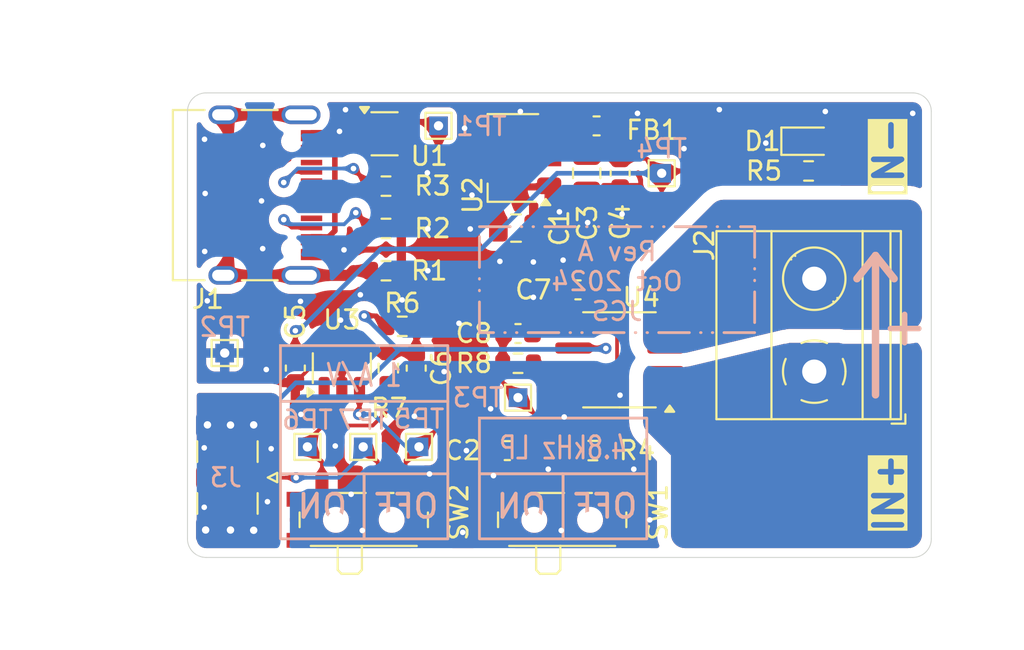
<source format=kicad_pcb>
(kicad_pcb (version 20240108) (generator "pcbnew") (generator_version "8.0")
  (layers (0 "F.Cu" signal) (31 "B.Cu" signal) (34 "B.Paste" user) (35 "F.Paste" user) (36 "B.SilkS" user "B.Silkscreen") (37 "F.SilkS" user "F.Silkscreen") (38 "B.Mask" user) (39 "F.Mask" user) (44 "Edge.Cuts" user))
  (net 0 "")
  (net 1 "GND")
  (net 2 "+5V")
  (net 3 "+3.3V")
  (net 4 "/Current Sensor/OUT")
  (net 5 "Net-(SW1-A)")
  (net 6 "/V_AMPLIFIED")
  (net 7 "Net-(U3--)")
  (net 8 "Net-(D1-A)")
  (net 9 "Net-(U2-VOUT)")
  (net 12 "/CC1")
  (net 14 "/CC2")
  (net 17 "/USB_SHIELD")
  (net 19 "GND_VIRT")
  (net 20 "Net-(J3-In)")
  (net 21 "/OUT_FILT")
  (net 22 "Net-(U4-OUT)")
  (net 24 "/Current Sensor/IP+")
  (net 25 "/Current Sensor/IP-")
  (footprint "Capacitor_SMD:C_0805_2012Metric" (layer "F.Cu") (at 121.4675 79.325 -90)
    (property "Reference" "C3" (at 2.675 -0.0325 90) (layer "F.SilkS"))
    (property "Value" "1uF")
    (pad "1" smd roundrect (at -0.95 0 270) (size 1 1.45) (layers "F.Cu" "F.Paste" "F.Mask") (net 3 "+3.3V"))
    (pad "2" smd roundrect (at 0.95 0 270) (size 1 1.45) (layers "F.Cu" "F.Paste" "F.Mask") (net 1 "GND"))
  )
  (footprint "TestPoint:TestPoint_THTPad_1.0x1.0mm_Drill0.5mm" (layer "F.Cu") (at 112.45 94.05)
    (property "Reference" "TP5" (at 0 -1.5 180) (layer "B.SilkS") (effects (justify mirror)))
    (property "Value" "TestPoint")
    (pad "1" thru_hole rect (at 0 0) (size 1 1) (drill 0.5) (layers "*.Cu" "*.Mask") (net 21 "/OUT_FILT"))
  )
  (footprint "TestPoint:TestPoint_THTPad_1.0x1.0mm_Drill0.5mm" (layer "F.Cu") (at 125.5 79.325)
    (property "Reference" "TP4" (at 0 -1.325 0) (layer "B.SilkS") (effects (justify mirror)))
    (property "Value" "TestPoint")
    (pad "1" thru_hole rect (at 0 0) (size 1 1) (drill 0.5) (layers "*.Cu" "*.Mask") (net 3 "+3.3V"))
  )
  (footprint "Resistor_SMD:R_0603_1608Metric" (layer "F.Cu") (at 117.775 89.55)
    (property "Reference" "R8" (at -2.375 0 0) (layer "F.SilkS"))
    (property "Value" "47R")
    (pad "1" smd roundrect (at -0.825 0) (size 0.8 0.95) (layers "F.Cu" "F.Paste" "F.Mask") (net 4 "/Current Sensor/OUT"))
    (pad "2" smd roundrect (at 0.825 0) (size 0.8 0.95) (layers "F.Cu" "F.Paste" "F.Mask") (net 22 "Net-(U4-OUT)"))
  )
  (footprint "Package_TO_SOT_SMD:SOT-89-3" (layer "F.Cu") (at 117.5 78.5 180)
    (property "Reference" "U2" (at 2.163223 -2.00847 90) (layer "F.SilkS"))
    (property "Value" "HT7533-1")
    (pad "1" smd roundrect (at -1.95 -1.5 180) (size 1.3 0.9) (layers "F.Cu" "F.Paste" "F.Mask") (net 1 "GND"))
    (pad "2" smd custom (at -1.8625 0 180) (size 1.475 0.9) (layers "F.Cu" "F.Paste" "F.Mask") (net 2 "+5V") (options (clearance outline) (anchor rect)) (primitives (gr_poly (pts (xy 3.8625 0.8665) (xy 0.7375 0.8665) (xy 0.7375 -0.8665) (xy 3.8625 -0.8665)) (width 0) (fill yes))))
    (pad "3" smd roundrect (at -1.95 1.5 180) (size 1.3 0.9) (layers "F.Cu" "F.Paste" "F.Mask") (net 9 "Net-(U2-VOUT)"))
  )
  (footprint "Package_TO_SOT_SMD:SOT-363_SC-70-6" (layer "F.Cu") (at 110.6 77.2)
    (property "Reference" "U1" (at 2.4 1.2 0) (layer "F.SilkS"))
    (property "Value" "TPD4E1U06DCKR")
    (pad "1" smd roundrect (at -0.95 -0.65) (size 0.65 0.4) (layers "F.Cu" "F.Paste" "F.Mask") (net 2 "+5V"))
    (pad "2" smd roundrect (at -0.95 0) (size 0.65 0.4) (layers "F.Cu" "F.Paste" "F.Mask") (net 1 "GND"))
    (pad "3" smd roundrect (at -0.95 0.65) (size 0.65 0.4) (layers "F.Cu" "F.Paste" "F.Mask") (net 2 "+5V"))
    (pad "4" smd roundrect (at 0.95 0.65) (size 0.65 0.4) (layers "F.Cu" "F.Paste" "F.Mask") (net 2 "+5V"))
    (pad "5" smd roundrect (at 0.95 0) (size 0.65 0.4) (layers "F.Cu" "F.Paste" "F.Mask"))
    (pad "6" smd roundrect (at 0.95 -0.65) (size 0.65 0.4) (layers "F.Cu" "F.Paste" "F.Mask") (net 2 "+5V"))
  )
  (footprint "Capacitor_SMD:C_0805_2012Metric" (layer "F.Cu") (at 117.6675 82.275)
    (property "Reference" "C1" (at 2.3325 0 -90) (layer "F.SilkS"))
    (property "Value" "1uF")
    (pad "1" smd roundrect (at -0.95 0) (size 1 1.45) (layers "F.Cu" "F.Paste" "F.Mask") (net 2 "+5V"))
    (pad "2" smd roundrect (at 0.95 0) (size 1 1.45) (layers "F.Cu" "F.Paste" "F.Mask") (net 1 "GND"))
  )
  (footprint "TestPoint:TestPoint_THTPad_1.0x1.0mm_Drill0.5mm" (layer "F.Cu") (at 102 89)
    (property "Reference" "TP2" (at 0 -1.4 0) (layer "B.SilkS") (effects (justify mirror)))
    (property "Value" "TestPoint")
    (pad "1" thru_hole rect (at 0 0) (size 1 1) (drill 0.5) (layers "*.Cu" "*.Mask") (net 1 "GND"))
  )
  (footprint "Capacitor_SMD:C_0603_1608Metric" (layer "F.Cu") (at 121 85.6 180)
    (property "Reference" "C7" (at 2.4 0 0) (layer "F.SilkS"))
    (property "Value" "100nF")
    (pad "1" smd roundrect (at -0.775 0 180) (size 0.9 0.95) (layers "F.Cu" "F.Paste" "F.Mask") (net 3 "+3.3V"))
    (pad "2" smd roundrect (at 0.775 0 180) (size 0.9 0.95) (layers "F.Cu" "F.Paste" "F.Mask") (net 1 "GND"))
  )
  (footprint "Resistor_SMD:R_0603_1608Metric" (layer "F.Cu") (at 121.8 94.25 180)
    (property "Reference" "R4" (at -2.375 0.005 0) (layer "F.SilkS"))
    (property "Value" "330R")
    (pad "1" smd roundrect (at -0.825 0 180) (size 0.8 0.95) (layers "F.Cu" "F.Paste" "F.Mask") (net 4 "/Current Sensor/OUT"))
    (pad "2" smd roundrect (at 0.825 0 180) (size 0.8 0.95) (layers "F.Cu" "F.Paste" "F.Mask") (net 21 "/OUT_FILT"))
  )
  (footprint "Connector_USB:USB_C_Receptacle_XKB_U262-16XN-4BVC11" (layer "F.Cu") (at 103 80.5 -90)
    (property "Reference" "J1" (at 5.6 1.9 180) (layer "F.SilkS"))
    (property "Value" "USB_C_Receptacle_USB2.0")
    (pad "" np_thru_hole circle (at -2.89 -2.605 270) (size 0.65 0.65) (drill 0.65) (layers "*.Cu" "*.Mask"))
    (pad "" np_thru_hole circle (at 2.89 -2.605 270) (size 0.65 0.65) (drill 0.65) (layers "*.Cu" "*.Mask"))
    (pad "A1" smd rect (at -3.35 -3.67 270) (size 0.3 1.15) (layers "F.Cu" "F.Paste" "F.Mask") (net 1 "GND"))
    (pad "A4" smd rect (at -2.55 -3.67 270) (size 0.3 1.15) (layers "F.Cu" "F.Paste" "F.Mask") (net 2 "+5V"))
    (pad "A5" smd rect (at -1.25 -3.67 270) (size 0.3 1.15) (layers "F.Cu" "F.Paste" "F.Mask") (net 12 "/CC1"))
    (pad "A6" smd rect (at -0.25 -3.67 270) (size 0.3 1.15) (layers "F.Cu" "F.Paste" "F.Mask"))
    (pad "A7" smd rect (at 0.25 -3.67 270) (size 0.3 1.15) (layers "F.Cu" "F.Paste" "F.Mask"))
    (pad "A8" smd rect (at 1.25 -3.67 270) (size 0.3 1.15) (layers "F.Cu" "F.Paste" "F.Mask"))
    (pad "A9" smd rect (at 2.55 -3.67 270) (size 0.3 1.15) (layers "F.Cu" "F.Paste" "F.Mask") (net 2 "+5V"))
    (pad "A12" smd rect (at 3.35 -3.67 270) (size 0.3 1.15) (layers "F.Cu" "F.Paste" "F.Mask") (net 1 "GND"))
    (pad "B1" smd rect (at 3.05 -3.67 270) (size 0.3 1.15) (layers "F.Cu" "F.Paste" "F.Mask") (net 1 "GND"))
    (pad "B4" smd rect (at 2.25 -3.67 270) (size 0.3 1.15) (layers "F.Cu" "F.Paste" "F.Mask") (net 2 "+5V"))
    (pad "B5" smd rect (at 1.75 -3.67 270) (size 0.3 1.15) (layers "F.Cu" "F.Paste" "F.Mask") (net 14 "/CC2"))
    (pad "B6" smd rect (at 0.75 -3.67 270) (size 0.3 1.15) (layers "F.Cu" "F.Paste" "F.Mask"))
    (pad "B7" smd rect (at -0.75 -3.67 270) (size 0.3 1.15) (layers "F.Cu" "F.Paste" "F.Mask"))
    (pad "B8" smd rect (at -1.75 -3.67 270) (size 0.3 1.15) (layers "F.Cu" "F.Paste" "F.Mask"))
    (pad "B9" smd rect (at -2.25 -3.67 270) (size 0.3 1.15) (layers "F.Cu" "F.Paste" "F.Mask") (net 2 "+5V"))
    (pad "B12" smd rect (at -3.05 -3.67 270) (size 0.3 1.15) (layers "F.Cu" "F.Paste" "F.Mask") (net 1 "GND"))
    (pad "S1" thru_hole oval (at -4.32 -3.105 270) (size 1 2.1) (drill oval 0.6 1.7) (layers "*.Cu" "*.Mask") (net 17 "/USB_SHIELD"))
    (pad "S1" thru_hole oval (at -4.32 1.075 270) (size 1 1.6) (drill oval 0.6 1.2) (layers "*.Cu" "*.Mask") (net 17 "/USB_SHIELD"))
    (pad "S1" thru_hole oval (at 4.32 -3.105 270) (size 1 2.1) (drill oval 0.6 1.7) (layers "*.Cu" "*.Mask") (net 17 "/USB_SHIELD"))
    (pad "S1" thru_hole oval (at 4.32 1.075 270) (size 1 1.6) (drill oval 0.6 1.2) (layers "*.Cu" "*.Mask") (net 17 "/USB_SHIELD"))
  )
  (footprint "Capacitor_SMD:C_0603_1608Metric" (layer "F.Cu") (at 117.2 94.25 180)
    (property "Reference" "C2" (at 2.4 0.005 180) (layer "F.SilkS"))
    (property "Value" "100nF")
    (pad "1" smd roundrect (at -0.775 0 180) (size 0.9 0.95) (layers "F.Cu" "F.Paste" "F.Mask") (net 5 "Net-(SW1-A)"))
    (pad "2" smd roundrect (at 0.775 0 180) (size 0.9 0.95) (layers "F.Cu" "F.Paste" "F.Mask") (net 1 "GND"))
  )
  (footprint "Resistor_SMD:R_0603_1608Metric" (layer "F.Cu") (at 133.4 79.2)
    (property "Reference" "R5" (at -2.4 0 0) (layer "F.SilkS"))
    (property "Value" "330R")
    (pad "1" smd roundrect (at -0.825 0) (size 0.8 0.95) (layers "F.Cu" "F.Paste" "F.Mask") (net 3 "+3.3V"))
    (pad "2" smd roundrect (at 0.825 0) (size 0.8 0.95) (layers "F.Cu" "F.Paste" "F.Mask") (net 8 "Net-(D1-A)"))
  )
  (footprint "Button_Switch_SMD:SW_SPDT_PCM12" (layer "F.Cu") (at 120.15 97.65)
    (property "Reference" "SW1" (at 5.15 -0.08 90) (layer "F.SilkS"))
    (property "Value" "FILT_EN")
    (pad "" smd rect (at -3.65 -0.78) (size 1 0.8) (layers "F.Cu" "F.Paste" "F.Mask"))
    (pad "" smd rect (at -3.65 1.43) (size 1 0.8) (layers "F.Cu" "F.Paste" "F.Mask"))
    (pad "" np_thru_hole circle (at -1.5 0.33) (size 0.9 0.9) (drill 0.9) (layers "*.Cu" "*.Mask"))
    (pad "" np_thru_hole circle (at 1.5 0.33) (size 0.9 0.9) (drill 0.9) (layers "*.Cu" "*.Mask"))
    (pad "" smd rect (at 3.65 -0.78) (size 1 0.8) (layers "F.Cu" "F.Paste" "F.Mask"))
    (pad "" smd rect (at 3.65 1.43) (size 1 0.8) (layers "F.Cu" "F.Paste" "F.Mask"))
    (pad "1" smd rect (at -2.25 -1.43) (size 0.7 1.5) (layers "F.Cu" "F.Paste" "F.Mask") (net 5 "Net-(SW1-A)"))
    (pad "2" smd rect (at 0.75 -1.43) (size 0.7 1.5) (layers "F.Cu" "F.Paste" "F.Mask") (net 21 "/OUT_FILT"))
    (pad "3" smd rect (at 2.25 -1.43) (size 0.7 1.5) (layers "F.Cu" "F.Paste" "F.Mask"))
  )
  (footprint "Resistor_SMD:R_0603_1608Metric" (layer "F.Cu") (at 111.55 87.56187)
    (property "Reference" "R6" (at -0.000001 -1.25 0) (layer "F.SilkS"))
    (property "Value" "4.3k 0.1%")
    (pad "1" smd roundrect (at -0.825 0) (size 0.8 0.95) (layers "F.Cu" "F.Paste" "F.Mask") (net 19 "GND_VIRT"))
    (pad "2" smd roundrect (at 0.825 0) (size 0.8 0.95) (layers "F.Cu" "F.Paste" "F.Mask") (net 7 "Net-(U3--)"))
  )
  (footprint "TerminalBlock_Phoenix:TerminalBlock_Phoenix_MKDS-1,5-2_1x02_P5.00mm_Horizontal" (layer "F.Cu") (at 133.705 90 90)
    (property "Reference" "J2" (at 6.8 -5.905 90) (layer "F.SilkS"))
    (property "Value" "I_IN")
    (pad "1" thru_hole rect (at 0 0 90) (size 2.6 2.6) (drill 1.3) (layers "*.Cu" "*.Mask") (net 24 "/Current Sensor/IP+") (clearance 1))
    (pad "2" thru_hole circle (at 5 0 90) (size 2.6 2.6) (drill 1.3) (layers "*.Cu" "*.Mask") (net 25 "/Current Sensor/IP-") (clearance 1))
  )
  (footprint "Resistor_SMD:R_0603_1608Metric" (layer "F.Cu") (at 110.8 89.81187 -90)
    (property "Reference" "R7" (at 2.15 -0.049999 180) (layer "F.SilkS"))
    (property "Value" "12k 0.1%")
    (pad "1" smd roundrect (at -0.825 0 270) (size 0.8 0.95) (layers "F.Cu" "F.Paste" "F.Mask") (net 7 "Net-(U3--)"))
    (pad "2" smd roundrect (at 0.825 0 270) (size 0.8 0.95) (layers "F.Cu" "F.Paste" "F.Mask") (net 6 "/V_AMPLIFIED"))
  )
  (footprint "TestPoint:TestPoint_THTPad_1.0x1.0mm_Drill0.5mm" (layer "F.Cu") (at 109.45 94.05 180)
    (property "Reference" "TP7" (at 0 1.45 180) (layer "B.SilkS") (effects (justify mirror)))
    (property "Value" "TestPoint")
    (pad "1" thru_hole rect (at 0 0 180) (size 1 1) (drill 0.5) (layers "*.Cu" "*.Mask") (net 20 "Net-(J3-In)"))
  )
  (footprint "Connector_Coaxial:SMA_Samtec_SMA-J-P-H-ST-EM1_EdgeMount" (layer "F.Cu") (at 102.0625 95.7 180)
    (property "Reference" "J3" (at 0.001 0 0) (layer "B.SilkS") (effects (justify mirror)))
    (property "Value" "EDGE MOUNT SMA")
    (pad "1" smd roundrect (at 0 0 270) (size 1.27 3.2) (layers "F.Cu" "F.Mask") (roundrect_rratio 0.1968503937) (net 20 "Net-(J3-In)"))
    (pad "2" smd roundrect (at -0.25 -2.825 270) (size 1.35 3.7) (layers "F.Cu" "F.Mask") (roundrect_rratio 0.1851851852) (net 19 "GND_VIRT"))
    (pad "2" smd roundrect (at -0.25 -2.825 270) (size 1.35 3.7) (layers "B.Cu" "B.Mask") (roundrect_rratio 0.1851851852) (net 19 "GND_VIRT"))
    (pad "2" smd roundrect (at -0.25 2.825 270) (size 1.35 3.7) (layers "F.Cu" "F.Mask") (roundrect_rratio 0.1851851852) (net 19 "GND_VIRT"))
    (pad "2" smd roundrect (at -0.25 2.825 270) (size 1.35 3.7) (layers "B.Cu" "B.Mask") (roundrect_rratio 0.1851851852) (net 19 "GND_VIRT"))
  )
  (footprint "TestPoint:TestPoint_THTPad_1.0x1.0mm_Drill0.5mm" (layer "F.Cu") (at 113.5 76.77)
    (property "Reference" "TP1" (at 2.3 0.03 0) (layer "B.SilkS") (effects (justify mirror)))
    (property "Value" "TestPoint")
    (pad "1" thru_hole rect (at 0 0) (size 1 1) (drill 0.5) (layers "*.Cu" "*.Mask") (net 2 "+5V"))
  )
  (footprint "TestPoint:TestPoint_THTPad_1.0x1.0mm_Drill0.5mm" (layer "F.Cu") (at 117.775 91.4)
    (property "Reference" "TP3" (at -2.15 0 0) (layer "B.SilkS") (effects (justify mirror)))
    (property "Value" "TestPoint")
    (pad "1" thru_hole rect (at 0 0) (size 1 1) (drill 0.5) (layers "*.Cu" "*.Mask") (net 4 "/Current Sensor/OUT"))
  )
  (footprint "Capacitor_SMD:C_0603_1608Metric" (layer "F.Cu") (at 105.8 89.81187 -90)
    (property "Reference" "C5" (at -2.5 0 90) (layer "F.SilkS"))
    (property "Value" "100nF")
    (pad "1" smd roundrect (at -0.775 0 270) (size 0.9 0.95) (layers "F.Cu" "F.Paste" "F.Mask") (net 3 "+3.3V"))
    (pad "2" smd roundrect (at 0.775 0 270) (size 0.9 0.95) (layers "F.Cu" "F.Paste" "F.Mask") (net 1 "GND"))
  )
  (footprint "Capacitor_SMD:C_0603_1608Metric" (layer "F.Cu") (at 123.2675 79.325 -90)
    (property "Reference" "C4" (at 2.625 0 90) (layer "F.SilkS"))
    (property "Value" "10uF")
    (pad "1" smd roundrect (at -0.775 0 270) (size 0.9 0.95) (layers "F.Cu" "F.Paste" "F.Mask") (net 3 "+3.3V"))
    (pad "2" smd roundrect (at 0.775 0 270) (size 0.9 0.95) (layers "F.Cu" "F.Paste" "F.Mask") (net 1 "GND"))
  )
  (footprint "Capacitor_SMD:C_0603_1608Metric" (layer "F.Cu") (at 117.775 87.95)
    (property "Reference" "C8" (at -2.375 -0.01 0) (layer "F.SilkS"))
    (property "Value" "220pF")
    (pad "1" smd roundrect (at -0.775 0) (size 0.9 0.95) (layers "F.Cu" "F.Paste" "F.Mask") (net 4 "/Current Sensor/OUT"))
    (pad "2" smd roundrect (at 0.775 0) (size 0.9 0.95) (layers "F.Cu" "F.Paste" "F.Mask") (net 1 "GND"))
  )
  (footprint "Inductor_SMD:L_0603_1608Metric" (layer "F.Cu") (at 122 76.775)
    (property "Reference" "FB1" (at 3 0.225 0) (layer "F.SilkS"))
    (property "Value" "600Ω@100MHz")
    (pad "1" smd roundrect (at -0.7875 0) (size 0.875 0.95) (layers "F.Cu" "F.Paste" "F.Mask") (net 9 "Net-(U2-VOUT)"))
    (pad "2" smd roundrect (at 0.7875 0) (size 0.875 0.95) (layers "F.Cu" "F.Paste" "F.Mask") (net 3 "+3.3V"))
  )
  (footprint "Capacitor_SMD:C_0603_1608Metric" (layer "F.Cu") (at 112.3 89.81187 -90)
    (property "Reference" "C6" (at 0 -1.349999 90) (layer "F.SilkS"))
    (property "Value" "C")
    (pad "1" smd roundrect (at -0.775 0 270) (size 0.9 0.95) (layers "F.Cu" "F.Paste" "F.Mask") (net 7 "Net-(U3--)"))
    (pad "2" smd roundrect (at 0.775 0 270) (size 0.9 0.95) (layers "F.Cu" "F.Paste" "F.Mask") (net 6 "/V_AMPLIFIED"))
  )
  (footprint "Resistor_SMD:R_0603_1608Metric" (layer "F.Cu") (at 110.675 82.293332)
    (property "Reference" "R2" (at 2.5 0 0) (layer "F.SilkS"))
    (property "Value" "5.1k")
    (pad "1" smd roundrect (at -0.825 0) (size 0.8 0.95) (layers "F.Cu" "F.Paste" "F.Mask") (net 14 "/CC2"))
    (pad "2" smd roundrect (at 0.825 0) (size 0.8 0.95) (layers "F.Cu" "F.Paste" "F.Mask") (net 1 "GND"))
  )
  (footprint "Resistor_SMD:R_0603_1608Metric" (layer "F.Cu") (at 110.675 84.57)
    (property "Reference" "R1" (at 2.325 0 0) (layer "F.SilkS"))
    (property "Value" "0R")
    (pad "1" smd roundrect (at -0.825 0) (size 0.8 0.95) (layers "F.Cu" "F.Paste" "F.Mask") (net 17 "/USB_SHIELD"))
    (pad "2" smd roundrect (at 0.825 0) (size 0.8 0.95) (layers "F.Cu" "F.Paste" "F.Mask") (net 1 "GND"))
  )
  (footprint "Package_SO:SOIC-8_3.9x4.9mm_P1.27mm" (layer "F.Cu") (at 123.23 89.365 180)
    (property "Reference" "U4" (at -1.17 3.365 0) (layer "F.SilkS"))
    (property "Value" "CC6920BSO-5A")
    (pad "1" smd roundrect (at -2.475 -1.905 180) (size 1.95 0.6) (layers "F.Cu" "F.Paste" "F.Mask") (net 24 "/Current Sensor/IP+"))
    (pad "2" smd roundrect (at -2.475 -0.635 180) (size 1.95 0.6) (layers "F.Cu" "F.Paste" "F.Mask") (net 24 "/Current Sensor/IP+"))
    (pad "3" smd roundrect (at -2.475 0.635 180) (size 1.95 0.6) (layers "F.Cu" "F.Paste" "F.Mask") (net 25 "/Current Sensor/IP-"))
    (pad "4" smd roundrect (at -2.475 1.905 180) (size 1.95 0.6) (layers "F.Cu" "F.Paste" "F.Mask") (net 25 "/Current Sensor/IP-"))
    (pad "5" smd roundrect (at 2.475 1.905 180) (size 1.95 0.6) (layers "F.Cu" "F.Paste" "F.Mask") (net 1 "GND"))
    (pad "6" smd roundrect (at 2.475 0.635 180) (size 1.95 0.6) (layers "F.Cu" "F.Paste" "F.Mask") (net 19 "GND_VIRT"))
    (pad "7" smd roundrect (at 2.475 -0.635 180) (size 1.95 0.6) (layers "F.Cu" "F.Paste" "F.Mask") (net 22 "Net-(U4-OUT)"))
    (pad "8" smd roundrect (at 2.475 -1.905 180) (size 1.95 0.6) (layers "F.Cu" "F.Paste" "F.Mask") (net 3 "+3.3V"))
  )
  (footprint "TestPoint:TestPoint_THTPad_1.0x1.0mm_Drill0.5mm" (layer "F.Cu") (at 106.45 94.05 180)
    (property "Reference" "TP6" (at 0 1.45 180) (layer "B.SilkS") (effects (justify mirror)))
    (property "Value" "TestPoint")
    (pad "1" thru_hole rect (at 0 0 180) (size 1 1) (drill 0.5) (layers "*.Cu" "*.Mask") (net 6 "/V_AMPLIFIED"))
  )
  (footprint "Package_TO_SOT_SMD:SOT-23-5" (layer "F.Cu") (at 108.3 89.81187 90)
    (property "Reference" "U3" (at 2.6 -0.000001 0) (layer "F.SilkS"))
    (property "Value" "COS721")
    (pad "1" smd roundrect (at -1.1375 -0.95 90) (size 1.325 0.6) (layers "F.Cu" "F.Paste" "F.Mask") (net 6 "/V_AMPLIFIED"))
    (pad "2" smd roundrect (at -1.1375 0 90) (size 1.325 0.6) (layers "F.Cu" "F.Paste" "F.Mask") (net 1 "GND"))
    (pad "3" smd roundrect (at -1.1375 0.95 90) (size 1.325 0.6) (layers "F.Cu" "F.Paste" "F.Mask") (net 21 "/OUT_FILT"))
    (pad "4" smd roundrect (at 1.1375 0.95 90) (size 1.325 0.6) (layers "F.Cu" "F.Paste" "F.Mask") (net 7 "Net-(U3--)"))
    (pad "5" smd roundrect (at 1.1375 -0.95 90) (size 1.325 0.6) (layers "F.Cu" "F.Paste" "F.Mask") (net 3 "+3.3V"))
  )
  (footprint "LED_SMD:LED_0603_1608Metric" (layer "F.Cu") (at 133.42 77.6)
    (property "Reference" "D1" (at -2.5 0 0) (layer "F.SilkS"))
    (property "Value" "3V3")
    (pad "1" smd roundrect (at -0.7875 0) (size 0.875 0.95) (layers "F.Cu" "F.Paste" "F.Mask") (net 1 "GND"))
    (pad "2" smd roundrect (at 0.7875 0) (size 0.875 0.95) (layers "F.Cu" "F.Paste" "F.Mask") (net 8 "Net-(D1-A)"))
  )
  (footprint "Button_Switch_SMD:SW_SPDT_PCM12" (layer "F.Cu") (at 109.48 97.65)
    (property "Reference" "SW2" (at 5.1 -0.08 90) (layer "F.SilkS"))
    (property "Value" "GAIN_SEL")
    (pad "" smd rect (at -3.65 -0.78) (size 1 0.8) (layers "F.Cu" "F.Paste" "F.Mask"))
    (pad "" smd rect (at -3.65 1.43) (size 1 0.8) (layers "F.Cu" "F.Paste" "F.Mask"))
    (pad "" np_thru_hole circle (at -1.5 0.33) (size 0.9 0.9) (drill 0.9) (layers "*.Cu" "*.Mask"))
    (pad "" np_thru_hole circle (at 1.5 0.33) (size 0.9 0.9) (drill 0.9) (layers "*.Cu" "*.Mask"))
    (pad "" smd rect (at 3.65 -0.78) (size 1 0.8) (layers "F.Cu" "F.Paste" "F.Mask"))
    (pad "" smd rect (at 3.65 1.43) (size 1 0.8) (layers "F.Cu" "F.Paste" "F.Mask"))
    (pad "1" smd rect (at -2.25 -1.43) (size 0.7 1.5) (layers "F.Cu" "F.Paste" "F.Mask") (net 6 "/V_AMPLIFIED"))
    (pad "2" smd rect (at 0.75 -1.43) (size 0.7 1.5) (layers "F.Cu" "F.Paste" "F.Mask") (net 20 "Net-(J3-In)"))
    (pad "3" smd rect (at 2.25 -1.43) (size 0.7 1.5) (layers "F.Cu" "F.Paste" "F.Mask") (net 21 "/OUT_FILT"))
  )
  (footprint "Resistor_SMD:R_0603_1608Metric" (layer "F.Cu") (at 110.675 80.016666)
    (property "Reference" "R3" (at 2.5 -0.01 0) (layer "F.SilkS"))
    (property "Value" "5.1k")
    (pad "1" smd roundrect (at -0.825 0) (size 0.8 0.95) (layers "F.Cu" "F.Paste" "F.Mask") (net 12 "/CC1"))
    (pad "2" smd roundrect (at 0.825 0) (size 0.8 0.95) (layers "F.Cu" "F.Paste" "F.Mask") (net 1 "GND"))
  )
  (gr_line (start 137 83.75) (end 136 85) (stroke (width 0.4)) (layer "B.SilkS"))
  (gr_line (start 114 91.6) (end 114 95.5) (stroke (width 0.15)) (layer "B.SilkS"))
  (gr_line (start 105 91.6) (end 105 95.5) (stroke (width 0.15)) (layer "B.SilkS"))
  (gr_rect (start 120.2 95.5) (end 124.7 99) (stroke (width 0.15)) (fill none) (layer "B.SilkS"))
  (gr_line (start 137 83.75) (end 138 85) (stroke (width 0.4)) (layer "B.SilkS"))
  (gr_rect (start 105 95.5) (end 109.5 99) (stroke (width 0.15)) (fill none) (layer "B.SilkS"))
  (gr_rect (start 115.7 95.5) (end 120.2 99) (stroke (width 0.15)) (fill none) (layer "B.SilkS"))
  (gr_line (start 137 91.25) (end 137 83.75) (stroke (width 0.4)) (layer "B.SilkS"))
  (gr_rect (start 109.5 95.5) (end 114 99) (stroke (width 0.15)) (fill none) (layer "B.SilkS"))
  (gr_line (start 100 99) (end 100 76) (stroke (width 0.05)) (layer "Edge.Cuts"))
  (gr_arc (start 100 76) (mid 100.292893 75.292893) (end 101 75) (stroke (width 0.05)) (layer "Edge.Cuts"))
  (gr_line (start 139 100) (end 101 100) (stroke (width 0.05)) (layer "Edge.Cuts"))
  (gr_arc (start 101 100) (mid 100.292893 99.707107) (end 100 99) (stroke (width 0.05)) (layer "Edge.Cuts"))
  (gr_arc (start 140 99) (mid 139.707107 99.707107) (end 139 100) (stroke (width 0.05)) (layer "Edge.Cuts"))
  (gr_line (start 101 75) (end 139 75) (stroke (width 0.05)) (layer "Edge.Cuts"))
  (gr_line (start 140 76) (end 140 99) (stroke (width 0.05)) (layer "Edge.Cuts"))
  (gr_arc (start 139 75) (mid 139.707107 75.292893) (end 140 76) (stroke (width 0.05)) (layer "Edge.Cuts"))
  (gr_text "OFF" (at 111.75 97.25 0) (layer "B.SilkS") (effects (font (size 1.25 1.25) (thickness 0.2)) (justify mirror)))
  (gr_text "OFF" (at 122.45 97.25 0) (layer "B.SilkS") (effects (font (size 1.25 1.25) (thickness 0.2)) (justify mirror)))
  (gr_text "+" (at 140 88.7035 -0) (layer "B.SilkS") (effects (font (size 2 2) (thickness 0.3) (bold yes)) (justify left bottom mirror)))
  (gr_text "ON" (at 107.25 97.25 0) (layer "B.SilkS") (effects (font (size 1.25 1.25) (thickness 0.2)) (justify mirror)))
  (gr_text "ON" (at 117.95 97.25 0) (layer "B.SilkS") (effects (font (size 1.25 1.25) (thickness 0.2)) (justify mirror)))
  (gr_text "IN-" (at 138.6 80.7 90) (layer "F.SilkS" knockout) (effects (font (size 1.5 1.5) (thickness 0.3) (bold yes)) (justify left bottom)))
  (gr_text "IN+" (at 138.6 98.8 90) (layer "F.SilkS" knockout) (effects (font (size 1.5 1.5) (thickness 0.3) (bold yes)) (justify left bottom)))
  (gr_text_box "Rev A\nOct 2024\nJCS" (start 115.7 82.2) (end 130.5 87.9) (layer "B.SilkS") (effects (font (size 1 1)) (justify top mirror)) (border yes) (stroke (width 0.15) (type dash_dot_dot)))
  (gr_text_box "1 A/V" (start 105 88.6) (end 114 91.6) (layer "B.SilkS") (effects (font (size 1.2 0.9)) (justify top mirror)) (border yes) (stroke (width 0.15)))
  (gr_text_box "4.8kHz LP" (start 115.7 92.5) (end 124.7 95.5) (layer "B.SilkS") (effects (font (size 1.2 0.9)) (justify top mirror)) (border yes) (stroke (width 0.15)))
  (segment (start 120.755 87.46) (end 119.04 87.46) (width 0.2) (layer "F.Cu") (net 1))
  (segment (start 108.145 83.85) (end 106.67 83.85) (width 0.3) (layer "F.Cu") (net 1))
  (segment (start 120.225 87.46) (end 120.225 85.6) (width 0.2) (layer "F.Cu") (net 1))
  (segment (start 120.755 87.46) (end 120.225 87.46) (width 0.2) (layer "F.Cu") (net 1))
  (segment (start 108.415671 83.44699) (end 108.145 83.85) (width 0.3) (layer "F.Cu") (net 1))
  (segment (start 108.3 90.94937) (end 108.3 89.9) (width 0.2) (layer "F.Cu") (net 1))
  (segment (start 108.21187 89.81187) (end 106.575 89.81187) (width 0.2) (layer "F.Cu") (net 1))
  (segment (start 111.5 82.293332) (end 112.898332 82.293332) (width 0.2) (layer "F.Cu") (net 1))
  (segment (start 112.898332 82.293332) (end 112.925 82.32) (width 0.2) (layer "F.Cu") (net 1))
  (segment (start 119.04 87.46) (end 118.55 87.95) (width 0.2) (layer "F.Cu") (net 1))
  (segment (start 108.095 77.15) (end 108.175 77.07) (width 0.3) (layer "F.Cu") (net 1))
  (segment (start 116.425 94.25) (end 116.075 94.6) (width 0.2) (layer "F.Cu") (net 1))
  (segment (start 111.5 84.57) (end 112.925 84.57) (width 0.2) (layer "F.Cu") (net 1))
  (segment (start 106.575 89.81187) (end 105.8 90.58687) (width 0.2) (layer "F.Cu") (net 1))
  (segment (start 106.67 77.15) (end 108.095 77.15) (width 0.3) (layer "F.Cu") (net 1))
  (segment (start 109.65 77.2) (end 108.305 77.2) (width 0.3) (layer "F.Cu") (net 1))
  (segment (start 108.305 77.2) (end 108.175 77.07) (width 0.3) (layer "F.Cu") (net 1))
  (segment (start 108.3 89.9) (end 108.21187 89.81187) (width 0.2) (layer "F.Cu") (net 1))
  (via (at 108.415671 83.44699) (size 0.6) (drill 0.3) (layers "F.Cu" "B.Cu") (net 1))
  (via (at 101.064364 86.190284) (size 0.6) (drill 0.3) (layers "F.Cu" "B.Cu") (net 1))
  (via (at 123.372071 81.520135) (size 0.6) (drill 0.3) (layers "F.Cu" "B.Cu") (net 1))
  (via (at 128.6 75.9) (size 0.6) (drill 0.3) (layers "F.Cu" "B.Cu") (net 1))
  (via (at 113.8 90) (size 0.6) (drill 0.3) (layers "F.Cu" "B.Cu") (net 1))
  (via (at 118.6 84.1) (size 0.6) (drill 0.3) (layers "F.Cu" "B.Cu") (net 1))
  (via (at 120 81.4) (size 0.6) (drill 0.3) (layers "F.Cu" "B.Cu") (net 1))
  (via (at 115.3 80.5) (size 0.6) (drill 0.3) (layers "F.Cu" "B.Cu") (net 1))
  (via (at 104.043863 83.382759) (size 0.6) (drill 0.3) (layers "F.Cu" "B.Cu") (net 1))
  (via (at 112.925 84.57) (size 0.6) (drill 0.3) (layers "F.Cu" "B.Cu") (net 1))
  (via (at 108.175 77.07) (size 0.6) (drill 0.3) (layers "F.Cu" "B.Cu") (net 1))
  (via (at 103.981201 80.813016) (size 0.6) (drill 0.3) (layers "F.Cu" "B.Cu") (net 1))
  (via (at 131.1 77.7) (size 0.6) (drill 0.3) (layers "F.Cu" "B.Cu") (net 1))
  (via (at 139 76.1) (size 0.6) (drill 0.3) (layers "F.Cu" "B.Cu") (net 1))
  (via (at 108.231154 87.228369) (size 0.6) (drill 0.3) (layers "F.Cu" "B.Cu") (net 1))
  (via (at 126.7 78) (size 0.6) (drill 0.3) (layers "F.Cu" "B.Cu") (net 1))
  (via (at 109.4 98.55) (size 0.6) (drill 0.3) (layers "F.Cu" "B.Cu") (net 1))
  (via (at 124.857556 97.979057) (size 0.6) (drill 0.3) (layers "F.Cu" "B.Cu") (net 1))
  (via (at 114.6 87.4) (size 0.6) (drill 0.3) (layers "F.Cu" "B.Cu") (net 1))
  (via (at 106.1 92.3) (size 0.6) (drill 0.3) (layers "F.Cu" "B.Cu") (net 1))
  (via (at 109.2966 85.863755) (size 0.6) (drill 0.3) (layers "F.Cu" "B.Cu") (net 1))
  (via (at 123.259753 91.268122) (size 0.6) (drill 0.3) (layers "F.Cu" "B.Cu") (net 1))
  (via (at 114.8 98.65) (size 0.6) (drill 0.3) (layers "F.Cu" "B.Cu") (net 1))
  (via (at 112.2 92.4) (size 0.6) (drill 0.3) (layers "F.Cu" "B.Cu") (net 1))
  (via (at 104.050129 77.825584) (size 0.6) (drill 0.3) (layers "F.Cu" "B.Cu") (net 1))
  (via (at 113.013156 95.507714) (size 0.6) (drill 0.3) (layers "F.Cu" "B.Cu") (net 1))
  (via (at 104.236558 89.887207) (size 0.6) (drill 0.3) (layers "F.Cu" "B.Cu") (net 1))
  (via (at 108.8 96.6) (size 0.6) (drill 0.3) (layers "F.Cu" "B.Cu") (net 1))
  (via (at 112.925 82.32) (size 0.6) (drill 0.3) (layers "F.Cu" "B.Cu") (net 1))
  (via (at 120.2 84) (size 0.6) (drill 0.3) (layers "F.Cu" "B.Cu") (net 1))
  (via (at 134.3 76) (size 0.6) (drill 0.3) (layers "F.Cu" "B.Cu") (net 1))
  (via (at 124 95.25) (size 0.6) (drill 0.3) (layers "F.Cu" "B.Cu") (net 1))
  (via (at 108.497663 75.904448) (size 0.6) (drill 0.3) (layers "F.Cu" "B.Cu") (net 1))
  (via (at 115.207835 82.321147) (size 0.6) (drill 0.3) (layers "F.Cu" "B.Cu") (net 1))
  (via (at 117.9 76) (size 0.6) (drill 0.3) (layers "F.Cu" "B.Cu") (net 1))
  (via (at 116.3 92) (size 0.6) (drill 0.3) (layers "F.Cu" "B.Cu") (net 1))
  (via (at 115 94.25) (size 0.6) (drill 0.3) (layers "F.Cu" "B.Cu") (net 1))
  (via (at 107.946768 94.001673) (size 0.6) (drill 0.3) (layers "F.Cu" "B.Cu") (net 1))
  (via (at 124.2 76.1) (size 0.6) (drill 0.3) (layers "F.Cu" "B.Cu") (net 1))
  (via (at 120.259809 92.440423) (size 0.6) (drill 0.3) (layers "F.Cu" "B.Cu") (net 1))
  (via (at 106.075199 86.217468) (size 0.6) (drill 0.3) (layers "F.Cu" "B.Cu") (net 1))
  (via (at 116.454392 95.598326) (size 0.6) (drill 0.3) (layers "F.Cu" "B.Cu") (net 1))
  (via (at 118.6 86) (size 0.6) (drill 0.3) (layers "F.Cu" "B.Cu") (net 1))
  (via (at 120.1 98.55) (size 0.6) (drill 0.3) (layers "F.Cu" "B.Cu") (net 1))
  (via (at 121.519064 81.97955) (size 0.6) (drill 0.3) (layers "F.Cu" "B.Cu") (net 1))
  (via (at 100.94987 80.411659) (size 0.6) (drill 0.3) (layers "F.Cu" "B.Cu") (net 1))
  (via (at 116.79948 84.06632) (size 0.6) (drill 0.3) (layers "F.Cu" "B.Cu") (net 1))
  (via (at 119.4 95.25) (size 0.6) (drill 0.3) (layers "F.Cu" "B.Cu") (net 1))
  (via (at 114.9 76.9) (size 0.6) (drill 0.3) (layers "F.Cu" "B.Cu") (net 1))
  (via (at 112.9 79.3) (size 0.6) (drill 0.3) (layers "F.Cu" "B.Cu") (net 1))
  (via (at 100.925324 83.53316) (size 0.6) (drill 0.3) (layers "F.Cu" "B.Cu") (net 1))
  (via (at 100.91645 77.495775) (size 0.6) (drill 0.3) (layers "F.Cu" "B.Cu") (net 1))
  (via (at 111.540995 86.140995) (size 0.6) (drill 0.3) (layers "F.Cu" "B.Cu") (net 1))
  (segment (start 108.825 77.85) (end 109.65 77.85) (width 0.3) (layer "F.Cu") (net 2))
  (segment (start 107.925 78.25) (end 108.425 78.25) (width 0.3) (layer "F.Cu") (net 2))
  (segment (start 109.65 77.85) (end 110.6 77.85) (width 0.3) (layer "F.Cu") (net 2))
  (segment (start 113.5 76.77) (end 113.5 78) (width 0.4) (layer "F.Cu") (net 2))
  (segment (start 110.65 76.55) (end 109.65 76.55) (width 0.3) (layer "F.Cu") (net 2))
  (segment (start 113.913612 78.413612) (end 115.786388 78.413612) (width 0.4) (layer "F.Cu") (net 2))
  (segment (start 113.28 76.55) (end 113.5 76.77) (width 0.3) (layer "F.Cu") (net 2))
  (segment (start 115.786388 78.413612) (end 115.8 78.4) (width 0.4) (layer "F.Cu") (net 2))
  (segment (start 106.67 78.25) (end 108.425 78.25) (width 0.3) (layer "F.Cu") (net 2))
  (segment (start 111.55 76.55) (end 113.28 76.55) (width 0.3) (layer "F.Cu") (net 2))
  (segment (start 110.6 77.85) (end 110.6 76.6) (width 0.3) (layer "F.Cu") (net 2))
  (segment (start 113.5 78) (end 113.913612 78.413612) (width 0.4) (layer "F.Cu") (net 2))
  (segment (start 108.425 78.25) (end 108.825 77.85) (width 0.3) (layer "F.Cu") (net 2))
  (segment (start 110.6 77.85) (end 111.55 77.85) (width 0.3) (layer "F.Cu") (net 2))
  (segment (start 116.7175 78.603215) (end 116.8492 78.471515) (width 0.4) (layer "F.Cu") (net 2))
  (segment (start 106.67 82.75) (end 107.595 82.75) (width 0.3) (layer "F.Cu") (net 2))
  (segment (start 110.65 76.55) (end 111.55 76.55) (width 0.3) (layer "F.Cu") (net 2))
  (segment (start 116.7175 82.275) (end 116.7175 78.603215) (width 0.4) (layer "F.Cu") (net 2))
  (segment (start 107.925 82.42) (end 107.925 78.25) (width 0.3) (layer "F.Cu") (net 2))
  (segment (start 110.6 76.6) (end 110.65 76.55) (width 0.3) (layer "F.Cu") (net 2))
  (segment (start 107.595 82.75) (end 107.925 82.42) (width 0.3) (layer "F.Cu") (net 2))
  (segment (start 121.729999 91.27) (end 123.1 89.899999) (width 0.2) (layer "F.Cu") (net 3))
  (segment (start 121.775 85.6) (end 123.1 85.6) (width 0.2) (layer "F.Cu") (net 3))
  (segment (start 121.4675 78.375) (end 123.0925 78.375) (width 0.25) (layer "F.Cu") (net 3))
  (segment (start 105.8 89.03687) (end 105.8 87.8) (width 0.2) (layer "F.Cu") (net 3))
  (segment (start 123.2675 78.55) (end 123.2675 77.255) (width 0.4) (layer "F.Cu") (net 3))
  (segment (start 106.1625 88.67437) (end 105.8 89.03687) (width 0.2) (layer "F.Cu") (net 3))
  (segment (start 125.5 79.325) (end 124.725 78.55) (width 0.2) (layer "F.Cu") (net 3))
  (segment (start 123.0925 78.375) (end 123.2675 78.55) (width 0.25) (layer "F.Cu") (net 3))
  (segment (start 107.35 88.67437) (end 106.1625 88.67437) (width 0.2) (layer "F.Cu") (net 3))
  (segment (start 120.755 91.27) (end 121.729999 91.27) (width 0.2) (layer "F.Cu") (net 3))
  (segment (start 124.725 78.55) (end 123.2675 78.55) (width 0.2) (layer "F.Cu") (net 3))
  (segment (start 123.1 89.899999) (end 123.1 85.6) (width 0.2) (layer "F.Cu") (net 3))
  (segment (start 123.1 85.6) (end 123.1 83.4) (width 0.2) (layer "F.Cu") (net 3))
  (segment (start 123.1 83.4) (end 125.5 81) (width 0.2) (layer "F.Cu") (net 3))
  (segment (start 123.2675 77.255) (end 122.7875 76.775) (width 0.4) (layer "F.Cu") (net 3))
  (segment (start 125.625 79.2) (end 125.5 79.325) (width 0.25) (layer "F.Cu") (net 3))
  (segment (start 125.5 81) (end 125.5 79.325) (width 0.2) (layer "F.Cu") (net 3))
  (segment (start 132.575 79.2) (end 125.625 79.2) (width 0.25) (layer "F.Cu") (net 3))
  (via (at 105.8 87.8) (size 0.6) (drill 0.3) (layers "F.Cu" "B.Cu") (net 3))
  (segment (start 105.8 87.8) (end 106 87.8) (width 0.25) (layer "B.Cu") (net 3))
  (segment (start 106 87.8) (end 110.4 83.4) (width 0.25) (layer "B.Cu") (net 3))
  (segment (start 115.8 83.4) (end 119.875 79.325) (width 0.25) (layer "B.Cu") (net 3))
  (segment (start 110.4 83.4) (end 115.8 83.4) (width 0.25) (layer "B.Cu") (net 3))
  (segment (start 119.875 79.325) (end 125.5 79.325) (width 0.25) (layer "B.Cu") (net 3))
  (segment (start 116.95 89.55) (end 116.95 90.575) (width 0.2) (layer "F.Cu") (net 4))
  (segment (start 116.95 88) (end 117 87.95) (width 0.2) (layer "F.Cu") (net 4))
  (segment (start 116.95 89.55) (end 116.95 88) (width 0.2) (layer "F.Cu") (net 4))
  (segment (start 116.95 90.575) (end 117.775 91.4) (width 0.2) (layer "F.Cu") (net 4))
  (segment (start 117.775 91.4) (end 119.425 93.05) (width 0.2) (layer "F.Cu") (net 4))
  (segment (start 121.425 93.05) (end 122.625 94.25) (width 0.2) (layer "F.Cu") (net 4))
  (segment (start 119.425 93.05) (end 121.425 93.05) (width 0.2) (layer "F.Cu") (net 4))
  (segment (start 117.9 94.325) (end 117.975 94.25) (width 0.2) (layer "F.Cu") (net 5))
  (segment (start 117.9 96.22) (end 117.9 94.325) (width 0.2) (layer "F.Cu") (net 5))
  (segment (start 110.85 90.58687) (end 110.8 90.63687) (width 0.2) (layer "F.Cu") (net 6))
  (segment (start 112.3 90.58687) (end 110.85 90.58687) (width 0.2) (layer "F.Cu") (net 6))
  (segment (start 107.3 92.55) (end 107.3 90.99937) (width 0.2) (layer "F.Cu") (net 6))
  (segment (start 110.8 90.63687) (end 110.8 92.06187) (width 0.2) (layer "F.Cu") (net 6))
  (segment (start 109.96187 92.9) (end 107.3 92.9) (width 0.2) (layer "F.Cu") (net 6))
  (segment (start 107.23 94.83) (end 106.45 94.05) (width 0.2) (layer "F.Cu") (net 6))
  (segment (start 107.3 92.9) (end 107.3 92.55) (width 0.2) (layer "F.Cu") (net 6))
  (segment (start 106.45 93.75) (end 107.3 92.9) (width 0.2) (layer "F.Cu") (net 6))
  (segment (start 106.45 94.05) (end 106.45 93.75) (width 0.2) (layer "F.Cu") (net 6))
  (segment (start 110.8 92.06187) (end 109.96187 92.9) (width 0.2) (layer "F.Cu") (net 6))
  (segment (start 107.3 90.99937) (end 107.35 90.94937) (width 0.2) (layer "F.Cu") (net 6))
  (segment (start 107.23 96.22) (end 107.23 94.83) (width 0.2) (layer "F.Cu") (net 6))
  (segment (start 110.8 88.98687) (end 109.5625 88.98687) (width 0.2) (layer "F.Cu") (net 7))
  (segment (start 109.5625 88.98687) (end 109.25 88.67437) (width 0.2) (layer "F.Cu") (net 7))
  (segment (start 112.3 87.63687) (end 112.375 87.56187) (width 0.2) (layer "F.Cu") (net 7))
  (segment (start 110.85 89.03687) (end 110.8 88.98687) (width 0.2) (layer "F.Cu") (net 7))
  (segment (start 112.3 89.03687) (end 110.85 89.03687) (width 0.2) (layer "F.Cu") (net 7))
  (segment (start 112.3 89.03687) (end 112.3 87.63687) (width 0.2) (layer "F.Cu") (net 7))
  (segment (start 134.225 79.2) (end 134.225 77.6175) (width 0.2) (layer "F.Cu") (net 8))
  (segment (start 134.225 77.6175) (end 134.2075 77.6) (width 0.2) (layer "F.Cu") (net 8))
  (segment (start 119.675 76.775) (end 119.45 77) (width 0.4) (layer "F.Cu") (net 9))
  (segment (start 121.2125 76.775) (end 119.675 76.775) (width 0.4) (layer "F.Cu") (net 9))
  (segment (start 108.925 79.07) (end 108.925 79.091666) (width 0.2) (layer "F.Cu") (net 12))
  (segment (start 105.175 79.82) (end 105.745 79.25) (width 0.2) (layer "F.Cu") (net 12))
  (segment (start 105.745 79.25) (end 106.67 79.25) (width 0.2) (layer "F.Cu") (net 12))
  (segment (start 108.925 79.091666) (end 109.85 80.016666) (width 0.2) (layer "F.Cu") (net 12))
  (via (at 108.925 79.07) (size 0.6) (drill 0.3) (layers "F.Cu" "B.Cu") (net 12))
  (via (at 105.175 79.82) (size 0.6) (drill 0.3) (layers "F.Cu" "B.Cu") (net 12))
  (segment (start 108.925 79.07) (end 105.925 79.07) (width 0.2) (layer "B.Cu") (net 12))
  (segment (start 105.925 79.07) (end 105.175 79.82) (width 0.2) (layer "B.Cu") (net 12))
  (segment (start 105.605 82.25) (end 106.67 82.25) (width 0.2) (layer "F.Cu") (net 14))
  (segment (start 105.175 81.82) (end 105.605 82.25) (width 0.2) (layer "F.Cu") (net 14))
  (segment (start 109.85 82.245) (end 109.85 82.293332) (width 0.2) (layer "F.Cu") (net 14))
  (segment (start 109.05 81.445) (end 109.85 82.245) (width 0.2) (layer "F.Cu") (net 14))
  (via (at 109.05 81.445) (size 0.6) (drill 0.3) (layers "F.Cu" "B.Cu") (net 14))
  (via (at 105.175 81.82) (size 0.6) (drill 0.3) (layers "F.Cu" "B.Cu") (net 14))
  (segment (start 109.05 81.445) (end 108.425 82.07) (width 0.2) (layer "B.Cu") (net 14))
  (segment (start 108.425 82.07) (end 105.425 82.07) (width 0.2) (layer "B.Cu") (net 14))
  (segment (start 105.425 82.07) (end 105.175 81.82) (width 0.2) (layer "B.Cu") (net 14))
  (segment (start 108.675 84.82) (end 108.925 84.57) (width 0.6) (layer "F.Cu") (net 17))
  (segment (start 108.925 84.57) (end 109.85 84.57) (width 0.6) (layer "F.Cu") (net 17))
  (segment (start 106.105 84.82) (end 108.675 84.82) (width 0.6) (layer "F.Cu") (net 17))
  (segment (start 101.925 76.18) (end 102.2 76.455) (width 0.6) (layer "F.Cu") (net 17))
  (segment (start 101.925 84.82) (end 106.105 84.82) (width 0.6) (layer "F.Cu") (net 17))
  (segment (start 102.2 84.545) (end 101.925 84.82) (width 0.6) (layer "F.Cu") (net 17))
  (segment (start 102.2 76.455) (end 102.2 84.545) (width 0.6) (layer "F.Cu") (net 17))
  (segment (start 106.105 76.18) (end 101.925 76.18) (width 0.6) (layer "F.Cu") (net 17))
  (segment (start 122.5 88.75) (end 122.48 88.73) (width 0.25) (layer "F.Cu") (net 19))
  (segment (start 109.5 87) (end 110.16313 87) (width 0.25) (layer "F.Cu") (net 19))
  (segment (start 110.16313 87) (end 110.725 87.56187) (width 0.25) (layer "F.Cu") (net 19))
  (segment (start 122.48 88.73) (end 120.755 88.73) (width 0.25) (layer "F.Cu") (net 19))
  (via (at 104.3 97) (size 0.6) (drill 0.3) (layers "F.Cu" "B.Cu") (net 19))
  (via (at 100.9 94.1) (size 0.6) (drill 0.3) (layers "F.Cu" "B.Cu") (net 19))
  (via (at 103.559529 92.866178) (size 0.8) (drill 0.4) (layers "F.Cu" "B.Cu") (net 19))
  (via (at 100.9 97.3) (size 0.6) (drill 0.3) (layers "F.Cu" "B.Cu") (net 19))
  (via (at 122.5 88.75) (size 0.6) (drill 0.3) (layers "F.Cu" "B.Cu") (net 19))
  (via (at 101.073546 92.866178) (size 0.8) (drill 0.4) (layers "F.Cu" "B.Cu") (net 19))
  (via (at 109.5 87) (size 0.6) (drill 0.3) (layers "F.Cu" "B.Cu") (net 19))
  (via (at 104.5 94.15) (size 0.6) (drill 0.3) (layers "F.Cu" "B.Cu") (net 19))
  (via (at 100.975754 98.522689) (size 0.8) (drill 0.4) (layers "F.Cu" "B.Cu") (net 19))
  (via (at 103.559529 98.53813) (size 0.8) (drill 0.4) (layers "F.Cu" "B.Cu") (net 19))
  (via (at 102.3125 98.525) (size 0.8) (drill 0.4) (layers "F.Cu" "B.Cu") (net 19))
  (via (at 102.3125 92.875) (size 0.8) (drill 0.4) (layers "F.Cu" "B.Cu") (net 19))
  (segment (start 122.5 88.75) (end 122.45 88.8) (width 0.25) (layer "B.Cu") (net 19))
  (segment (start 111.35 88.85) (end 109.5 87) (width 0.25) (layer "B.Cu") (net 19))
  (segment (start 105.825707 90.6) (end 109.6 90.6) (width 0.25) (layer "B.Cu") (net 19))
  (segment (start 103.559529 92.866178) (end 105.825707 90.6) (width 0.25) (layer "B.Cu") (net 19))
  (segment (start 111.4 88.8) (end 111.25 88.95) (width 0.25) (layer "B.Cu") (net 19))
  (segment (start 111.4 88.8) (end 111.35 88.85) (width 0.25) (layer "B.Cu") (net 19))
  (segment (start 122.45 88.8) (end 111.4 88.8) (width 0.25) (layer "B.Cu") (net 19))
  (segment (start 109.6 90.6) (end 111.35 88.85) (width 0.25) (layer "B.Cu") (net 19))
  (segment (start 110.23 94.83) (end 109.45 94.05) (width 0.2) (layer "F.Cu") (net 20))
  (segment (start 102.420959 95.708459) (end 102.0625 95.35) (width 0.2) (layer "F.Cu") (net 20))
  (segment (start 110.23 96.22) (end 110.23 94.83) (width 0.2) (layer "F.Cu") (net 20))
  (segment (start 105.841541 95.708459) (end 102.420959 95.708459) (width 0.2) (layer "F.Cu") (net 20))
  (via (at 105.841541 95.708459) (size 0.6) (drill 0.3) (layers "F.Cu" "B.Cu") (net 20))
  (segment (start 105.841541 95.708459) (end 108.141541 95.708459) (width 0.2) (layer "B.Cu") (net 20))
  (segment (start 108.141541 95.708459) (end 109.45 94.4) (width 0.2) (layer "B.Cu") (net 20))
  (segment (start 109.25 90.94937) (end 109.25 92.25) (width 0.2) (layer "F.Cu") (net 21))
  (segment (start 120.975 94.25) (end 120.9 94.325) (width 0.2) (layer "F.Cu") (net 21))
  (segment (start 120.975 94.25) (end 119.7 94.25) (width 0.2) (layer "F.Cu") (net 21))
  (segment (start 120.9 94.325) (end 120.9 96.22) (width 0.2) (layer "F.Cu") (net 21))
  (segment (start 109.25 92.25) (end 109.2 92.3) (width 0.2) (layer "F.Cu") (net 21))
  (segment (start 118.3 92.85) (end 113.65 92.85) (width 0.2) (layer "F.Cu") (net 21))
  (segment (start 111.73 96.22) (end 111.73 94.77) (width 0.2) (layer "F.Cu") (net 21))
  (segment (start 119.7 94.25) (end 118.3 92.85) (width 0.2) (layer "F.Cu") (net 21))
  (segment (start 111.73 94.77) (end 112.45 94.05) (width 0.2) (layer "F.Cu") (net 21))
  (segment (start 113.65 92.85) (end 112.45 94.05) (width 0.2) (layer "F.Cu") (net 21))
  (via (at 109.2 92.3) (size 0.6) (drill 0.3) (layers "F.Cu" "B.Cu") (net 21))
  (segment (start 109.2 92.3) (end 110 92.3) (width 0.2) (layer "B.Cu") (net 21))
  (segment (start 110 92.3) (end 112.1 94.4) (width 0.2) (layer "B.Cu") (net 21))
  (segment (start 112.1 94.4) (end 112.45 94.4) (width 0.2) (layer "B.Cu") (net 21))
  (segment (start 119.05 90) (end 118.6 89.55) (width 0.2) (layer "F.Cu") (net 22))
  (segment (start 120.755 90) (end 119.05 90) (width 0.2) (layer "F.Cu") (net 22))
  (zone (net 1) (net_name "GND") (layers "F&B.Cu") (connect_pads (clearance 0.5)) (min_thickness 0.25) (fill yes (thermal_gap 0.5) (thermal_bridge_width 0.5))
    (polygon (pts (xy 95 70) (xy 95 105) (xy 145 105) (xy 145 70)))
  )
  (zone (net 24) (net_name "/Current Sensor/IP+") (layers "F&B.Cu") (priority 2) (connect_pads yes (clearance 0.75)) (min_thickness 0.25) (fill yes (thermal_gap 0.5) (thermal_bridge_width 0.5) (smoothing fillet) (radius 0.75))
    (polygon (pts (xy 124.5 91.75) (xy 124.5 93) (xy 126 94.5) (xy 126 99.5) (xy 139.5 99.5) (xy 139.5 88.25) (xy 132 88.25) (xy 126.75 89.5) (xy 124.5 89.5)))
  )
  (zone (net 25) (net_name "/Current Sensor/IP-") (layers "F&B.Cu") (priority 2) (connect_pads yes (clearance 0.75)) (min_thickness 0.25) (fill yes (thermal_gap 0.5) (thermal_bridge_width 0.5) (smoothing fillet) (radius 0.75))
    (polygon (pts (xy 124.5 89) (xy 126.75 89) (xy 132 87.75) (xy 139.5 87.75) (xy 139.5 80.75) (xy 128.5 80.75) (xy 127 82.25) (xy 124.5 84.75) (xy 124.5 87)))
  )
  (zone (net 19) (net_name "GND_VIRT") (layers "F&B.Cu") (priority 2) (connect_pads yes (clearance 0.5)) (min_thickness 0.25) (fill yes (thermal_gap 0.5) (thermal_bridge_width 0.5) (smoothing fillet) (radius 0.5))
    (polygon (pts (xy 100 99.65) (xy 105 99.65) (xy 105 91.15) (xy 100 91.15)))
  )
)
</source>
